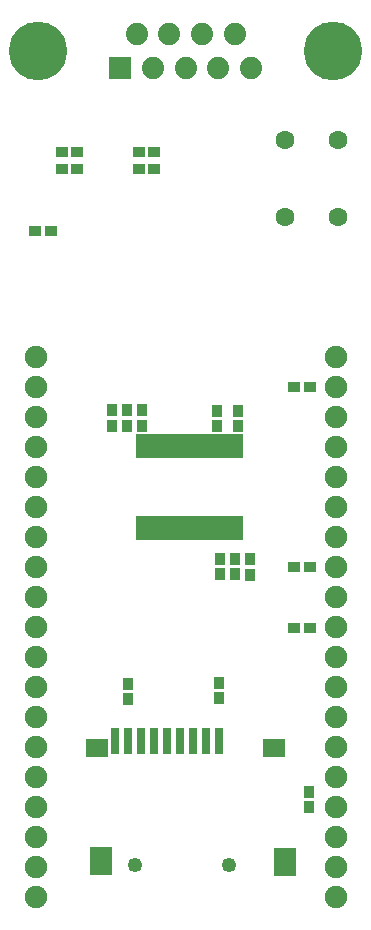
<source format=gbr>
G04 DipTrace 5.1.0.3*
G04 TopMask.gbr*
%MOIN*%
G04 #@! TF.FileFunction,Soldermask,Top*
G04 #@! TF.Part,Single*
%AMOUTLINE1*
4,1,28,
0.013386,0.036526,
0.013386,-0.036526,
0.013246,-0.037589,
0.012736,-0.03882,
0.011925,-0.039877,
0.010867,-0.040689,
0.009636,-0.041199,
0.008573,-0.041339,
-0.008573,-0.041339,
-0.009636,-0.041199,
-0.010867,-0.040689,
-0.011925,-0.039877,
-0.012736,-0.03882,
-0.013246,-0.037589,
-0.013386,-0.036526,
-0.013386,0.036526,
-0.013246,0.037589,
-0.012736,0.03882,
-0.011925,0.039877,
-0.010867,0.040689,
-0.009636,0.041199,
-0.008573,0.041339,
0.008573,0.041339,
0.009636,0.041199,
0.010867,0.040689,
0.011925,0.039877,
0.012736,0.03882,
0.013246,0.037589,
0.013386,0.036526,
0*%
%ADD33C,0.049213*%
%ADD40C,0.074803*%
%ADD44R,0.076772X0.096457*%
%ADD46R,0.076772X0.064961*%
%ADD48R,0.031496X0.086614*%
%ADD50C,0.062992*%
%ADD52C,0.195276*%
%ADD54C,0.074409*%
%ADD56R,0.074409X0.074409*%
%ADD58R,0.043307X0.035433*%
%ADD60R,0.035433X0.043307*%
%ADD68OUTLINE1*%
%FSLAX26Y26*%
G04*
G70*
G90*
G75*
G01*
G04 TopMask*
%LPD*%
D60*
X1193702Y2012028D3*
Y2063209D3*
X1234198Y1568478D3*
Y1517297D3*
X1134824Y1568764D3*
Y1517583D3*
X1184824Y1568764D3*
Y1517583D3*
X1123906Y2062028D3*
Y2010847D3*
D58*
X913685Y2868700D3*
X862504D3*
X656202D3*
X605021D3*
D56*
X800953Y3206294D3*
D54*
X910008D3*
X1019063D3*
X1128118D3*
X1237173D3*
X855480Y3318105D3*
X964536D3*
X1073591D3*
X1182646D3*
D52*
X527134Y3262199D3*
X1510992D3*
D58*
X1381202Y1543700D3*
X1432383D3*
X913685Y2924949D3*
X862504D3*
X1381201Y2143700D3*
X1432382D3*
X1381202Y1337449D3*
X1432383D3*
X656202Y2924951D3*
X605021D3*
D60*
X1431202Y793700D3*
Y742519D3*
X827944Y1151987D3*
Y1100806D3*
X1131202Y1156200D3*
Y1105019D3*
D58*
X569256Y2661745D3*
X518075D3*
D60*
X874196Y2012983D3*
Y2064165D3*
X824196Y2012983D3*
Y2064165D3*
X774196Y2012983D3*
Y2064165D3*
D50*
X1526036Y2708482D3*
Y2964388D3*
X1348870D3*
Y2708482D3*
D48*
X783337Y962516D3*
X826645D3*
X869952D3*
X913259D3*
X956566D3*
X999873D3*
X1043180D3*
X1086487D3*
X1129794D3*
D46*
X724243Y938934D3*
X1313042Y938582D3*
D44*
X1349353Y560697D3*
X737735Y560833D3*
D33*
X848574Y550340D3*
X1163022D3*
D40*
X1518702Y443700D3*
Y543700D3*
Y643700D3*
Y743700D3*
Y843700D3*
Y943700D3*
Y1043700D3*
Y1143700D3*
Y1243700D3*
Y1343700D3*
Y1443700D3*
Y1543700D3*
Y1643700D3*
Y1743700D3*
Y1843700D3*
Y1943700D3*
Y2043700D3*
Y2143700D3*
Y2243700D3*
X518702D3*
Y2143700D3*
Y2043700D3*
Y1943700D3*
Y1843700D3*
Y1743700D3*
Y1643700D3*
Y1543700D3*
Y1443700D3*
Y1343700D3*
Y1243700D3*
Y1143700D3*
Y1043700D3*
Y943700D3*
Y843700D3*
Y743700D3*
Y643700D3*
Y543700D3*
Y443700D3*
D68*
X1018637Y1946913D3*
X993046D3*
X941865D3*
X1095408Y1670928D3*
X1069818D3*
X1044227D3*
X967456D3*
X916274D3*
X1197771D3*
X1120999D3*
X1197771Y1946913D3*
X1146589D3*
X1172180Y1670928D3*
X1146589D3*
X1018637D3*
X993046D3*
X941865D3*
X1095408Y1946913D3*
X1069818D3*
X1044227D3*
X967456D3*
X916274D3*
X890684D3*
Y1670928D3*
X865093Y1946913D3*
Y1670928D3*
X1172180Y1946913D3*
X1120999D3*
M02*

</source>
